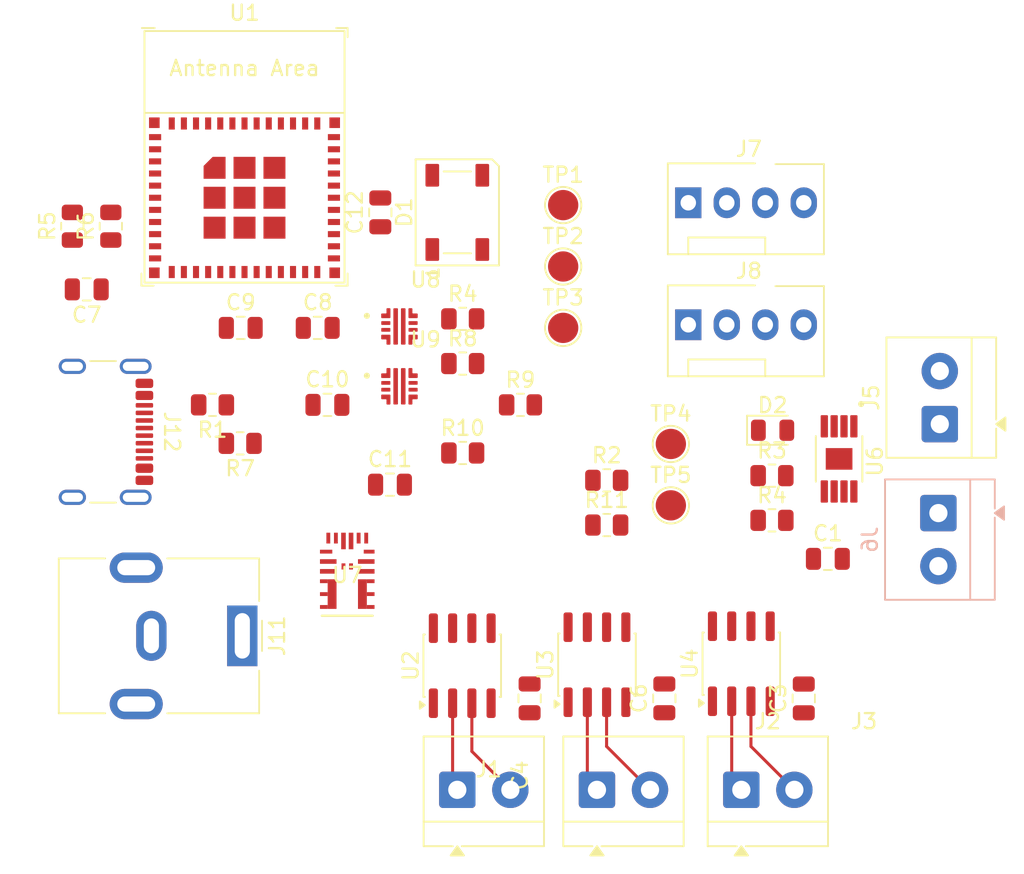
<source format=kicad_pcb>
(kicad_pcb (version 20241229) (generator "pcbnew") (generator_version "9.0")
  (layers (0 "F.Cu" signal) (2 "B.Cu" signal) (13 "F.Paste" user) (15 "B.Paste" user) (5 "F.SilkS" user "F.Silkscreen") (7 "B.SilkS" user "B.Silkscreen") (1 "F.Mask" user) (3 "B.Mask" user) (25 "Edge.Cuts" user))
  (net 0 "")
  (net 18 "GND")
  (net 19 "Net-(U1-EN{slash}CHIP_PU)")
  (net 20 "/Microcontroller/USB_D-")
  (net 21 "+3V3")
  (net 22 "CS1")
  (net 23 "CS0")
  (net 24 "SO")
  (net 25 "SCK")
  (net 26 "CS2")
  (net 27 "Net-(J1-Pin_1)")
  (net 28 "Net-(J1-Pin_2)")
  (net 29 "Net-(J3-Pin_1)")
  (net 30 "Net-(J3-Pin_2)")
  (net 31 "Net-(J2-Pin_2)")
  (net 32 "Net-(J2-Pin_1)")
  (net 33 "/Microcontroller/LED")
  (net 35 "+5V")
  (net 36 "/Microcontroller/USB_D+")
  (net 37 "Net-(U1-GPIO2{slash}ADC1_CH2)")
  (net 38 "/Microcontroller/HEATER")
  (net 39 "+12V")
  (net 42 "Net-(D2-K)")
  (net 45 "Net-(J6-Pin_1)")
  (net 47 "VBUS")
  (net 51 "Net-(U7-PG)")
  (net 54 "/Power/FB")
  (net 55 "Net-(U7-EN)")
  (net 66 "/Power/V_SW")
  (net 67 "FAN_0_TACH")
  (net 68 "FAN_1_TACH")
  (net 69 "Net-(J12-CC1)")
  (net 70 "Net-(J12-CC2)")
  (footprint "TerminalBlock_4Ucon:TerminalBlock_4Ucon_1x02_P3.50mm_Horizontal" (layer "F.Cu") (at 143.835 114.3)
    (property "Reference" "J2")
    (property "Value" "Conn_01x02_Pin")
  )
  (footprint "LED_SMD:LED_WS2812B_PLCC4_5.0x5.0mm_P3.2mm" (layer "F.Cu") (at 134.62 76.2 90)
    (property "Reference" "D1")
    (property "Value" "WS2812B")
  )
  (footprint "Capacitor_SMD:C_0805_2012Metric" (layer "F.Cu") (at 130.1775 94.165)
    (property "Reference" "C11")
    (property "Value" "10uF")
  )
  (footprint "Capacitor_SMD:C_0805_2012Metric" (layer "F.Cu") (at 139.39 108.265 90)
    (property "Reference" "C4")
    (property "Value" "1uF")
  )
  (footprint "Package_SO:SOIC-8_3.9x4.9mm_P1.27mm" (layer "F.Cu") (at 143.835 106.045 90)
    (property "Reference" "U3")
    (property "Value" "MAX31855KASA")
  )
  (footprint "Capacitor_SMD:C_0805_2012Metric" (layer "F.Cu") (at 120.33 83.82)
    (property "Reference" "C9")
    (property "Value" "0.1uf")
  )
  (footprint "LM73100:IC_LM73100RPWR" (layer "F.Cu") (at 130.8025 87.675)
    (property "Reference" "U9")
    (property "Value" "LM73100RPWR")
  )
  (footprint "TestPoint:TestPoint_Pad_D2.0mm" (layer "F.Cu") (at 148.71 91.48)
    (property "Reference" "TP4")
    (property "Value" "TestPoint")
  )
  (footprint "Package_SO:SOIC-8_3.9x4.9mm_P1.27mm" (layer "F.Cu") (at 153.36 105.98 90)
    (property "Reference" "U4")
    (property "Value" "MAX31855KASA")
  )
  (footprint "Resistor_SMD:R_0805_2012Metric" (layer "F.Cu") (at 109.22 77.1125 90)
    (property "Reference" "R5")
    (property "Value" "10K")
  )
  (footprint "Capacitor_SMD:C_0805_2012Metric" (layer "F.Cu") (at 126.05 88.9)
    (property "Reference" "C10")
    (property "Value" "22uF")
  )
  (footprint "Capacitor_SMD:C_0805_2012Metric" (layer "F.Cu") (at 159.07 99.06)
    (property "Reference" "C1")
    (property "Value" "0.1uF")
  )
  (footprint "Connector_BarrelJack:BarrelJack_CUI_PJ-063AH_Horizontal" (layer "F.Cu") (at 120.435 104.14 -90)
    (property "Reference" "J11")
    (property "Value" "Barrel_Jack")
  )
  (footprint "MPM3606:QFN3p0x5p0x1p6_MPM3606A_MNP" (layer "F.Cu") (at 127.359 100.135)
    (property "Reference" "U7")
    (property "Value" "MPM3606AGQV-P")
  )
  (footprint "LM73100:IC_LM73100RPWR" (layer "F.Cu") (at 130.8025 83.725)
    (property "Reference" "U8")
    (property "Value" "LM73100RPWR")
  )
  (footprint "Connector:FanPinHeader_1x04_P2.54mm_Vertical" (layer "F.Cu") (at 149.86 83.615)
    (property "Reference" "J8")
    (property "Value" "Conn_01x04_Pin")
  )
  (footprint "TestPoint:TestPoint_Pad_D2.0mm" (layer "F.Cu") (at 148.71 95.53)
    (property "Reference" "TP5")
    (property "Value" "TestPoint")
  )
  (footprint "TestPoint:TestPoint_Pad_D2.0mm" (layer "F.Cu") (at 141.605 83.82)
    (property "Reference" "TP3")
    (property "Value" "TestPoint")
  )
  (footprint "Resistor_SMD:R_0805_2012Metric" (layer "F.Cu") (at 155.3825 93.57)
    (property "Reference" "R3")
    (property "Value" "500")
  )
  (footprint "TerminalBlock_4Ucon:TerminalBlock_4Ucon_1x02_P3.50mm_Horizontal" (layer "F.Cu") (at 166.455 90.17 90)
    (property "Reference" "J5")
    (property "Value" "Screw_Terminal_01x02")
  )
  (footprint "Resistor_SMD:R_0805_2012Metric" (layer "F.Cu") (at 118.4675 88.9 180)
    (property "Reference" "R1")
    (property "Value" "5.1k")
  )
  (footprint "PCM_Espressif:ESP32-C3-MINI-1" (layer "F.Cu") (at 120.58 72.535)
    (property "Reference" "U1")
    (property "Value" "ESP32-C3-MINI-1")
  )
  (footprint "Package_SO:SOIC-8_3.9x4.9mm_P1.27mm" (layer "F.Cu") (at 134.945 106.11 90)
    (property "Reference" "U2")
    (property "Value" "MAX31855KASA")
  )
  (footprint "TerminalBlock_4Ucon:TerminalBlock_4Ucon_1x02_P3.50mm_Horizontal" (layer "F.Cu") (at 153.36 114.3)
    (property "Reference" "J3")
    (property "Value" "Conn_01x02_Pin")
  )
  (footprint "Connector_USB:USB_C_Receptacle_GCT_USB4105-xx-A_16P_TopMnt_Horizontal" (layer "F.Cu") (at 110.295 90.68 -90)
    (property "Reference" "J12")
    (property "Value" "USB_C_Receptacle_USB2.0_14P")
  )
  (footprint "Capacitor_SMD:C_0805_2012Metric" (layer "F.Cu") (at 110.17 81.28 180)
    (property "Reference" "C7")
    (property "Value" "10uF")
  )
  (footprint "TestPoint:TestPoint_Pad_D2.0mm" (layer "F.Cu") (at 141.605 79.77)
    (property "Reference" "TP2")
    (property "Value" "TestPoint")
  )
  (footprint "LED_SMD:LED_0805_2012Metric" (layer "F.Cu") (at 155.4225 90.575)
    (property "Reference" "D2")
    (property "Value" "LED")
  )
  (footprint "Resistor_SMD:R_0805_2012Metric" (layer "F.Cu") (at 144.48 93.88)
    (property "Reference" "R2")
    (property "Value" "10k")
  )
  (footprint "Resistor_SMD:R_0805_2012Metric" (layer "F.Cu") (at 144.48 96.83)
    (property "Reference" "R11")
    (property "Value" "10k")
  )
  (footprint "Resistor_SMD:R_0805_2012Metric" (layer "F.Cu") (at 134.9775 86.175)
    (property "Reference" "R8")
    (property "Value" "75k")
  )
  (footprint "Capacitor_SMD:C_0805_2012Metric" (layer "F.Cu") (at 157.48 108.27 90)
    (property "Reference" "C3")
    (property "Value" "1uF")
  )
  (footprint "Resistor_SMD:R_0805_2012Metric" (layer "F.Cu") (at 111.76 77.1125 90)
    (property "Reference" "R6")
    (property "Value" "10k")
  )
  (footprint "TerminalBlock_4Ucon:TerminalBlock_4Ucon_1x02_P3.50mm_Horizontal" (layer "F.Cu") (at 134.62 114.3)
    (property "Reference" "J1")
    (property "Value" "Conn_01x02_Pin")
  )
  (footprint "Resistor_SMD:R_0805_2012Metric" (layer "F.Cu") (at 138.7875 88.9)
    (property "Reference" "R9")
    (property "Value" "75k")
  )
  (footprint "Capacitor_SMD:C_0805_2012Metric" (layer "F.Cu") (at 125.41 83.82)
    (property "Reference" "C8")
    (property "Value" "1uF")
  )
  (footprint "TestPoint:TestPoint_Pad_D2.0mm" (layer "F.Cu") (at 141.605 75.72)
    (property "Reference" "TP1")
    (property "Value" "TestPoint")
  )
  (footprint "Connector:FanPinHeader_1x04_P2.54mm_Vertical" (layer "F.Cu") (at 149.86 75.565)
    (property "Reference" "J7")
    (property "Value" "Conn_01x04_Pin")
  )
  (footprint "Capacitor_SMD:C_0805_2012Metric" (layer "F.Cu") (at 148.28 108.265 90)
    (property "Reference" "C6")
    (property "Value" "1uF")
  )
  (footprint "Capacitor_SMD:C_0805_2012Metric" (layer "F.Cu") (at 129.54 76.2 90)
    (property "Reference" "C12")
    (property "Value" "1uF")
  )
  (footprint "Resistor_SMD:R_0805_2012Metric" (layer "F.Cu") (at 134.9775 83.225)
    (property "Reference" "R4")
    (property "Value" "33k")
  )
  (footprint "Resistor_SMD:R_0805_2012Metric" (layer "F.Cu") (at 134.9775 92.075)
    (property "Reference" "R10")
    (property "Value" "100k")
  )
  (footprint "Resistor_SMD:R_0805_2012Metric" (layer "F.Cu") (at 120.2925 91.44 180)
    (property "Reference" "R7")
    (property "Value" "5.1k")
  )
  (footprint "Resistor_SMD:R_0805_2012Metric" (layer "F.Cu") (at 155.3825 96.52)
    (property "Reference" "R4")
    (property "Value" "500")
  )
  (footprint "TPS1H200:SOP65P490X110-9N" (layer "F.Cu") (at 159.81 92.465 -90)
    (property "Reference" "U6")
    (property "Value" "TPS1H200AQDGNRQ1")
  )
  (footprint "TerminalBlock_4Ucon:TerminalBlock_4Ucon_1x02_P3.50mm_Horizontal" (layer "B.Cu") (at 166.3625 96.04 -90)
    (property "Reference" "J6")
    (property "Value" "Screw_Terminal_01x02")
  )
  (segment (start 134.31 108.585) (end 134.31 113.99) (width 0.2) (layer "F.Cu") (net 27))
  (segment (start 134.31 113.99) (end 134.62 114.3) (width 0.2) (layer "F.Cu") (net 27))
  (segment (start 135.58 108.585) (end 135.58 111.76) (width 0.2) (layer "F.Cu") (net 28))
  (segment (start 135.58 111.76) (end 138.12 114.3) (width 0.2) (layer "F.Cu") (net 28))
  (segment (start 152.725 108.455) (end 152.725 113.665) (width 0.2) (layer "F.Cu") (net 29))
  (segment (start 152.725 113.665) (end 153.36 114.3) (width 0.2) (layer "F.Cu") (net 29))
  (segment (start 153.995 111.435) (end 156.86 114.3) (width 0.2) (layer "F.Cu") (net 30))
  (segment (start 153.995 108.455) (end 153.995 111.435) (width 0.2) (layer "F.Cu") (net 30))
  (segment (start 144.47 111.435) (end 147.335 114.3) (width 0.2) (layer "F.Cu") (net 31))
  (segment (start 144.47 108.52) (end 144.47 111.435) (width 0.2) (layer "F.Cu") (net 31))
  (segment (start 143.2 113.665) (end 143.835 114.3) (width 0.2) (layer "F.Cu") (net 32))
  (segment (start 143.2 108.52) (end 143.2 113.665) (width 0.2) (layer "F.Cu") (net 32))
)
</source>
